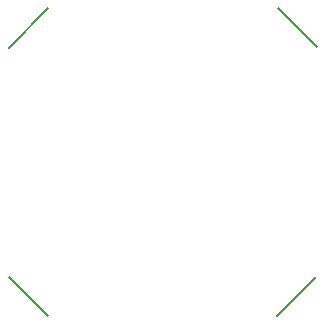
<source format=gbr>
%TF.GenerationSoftware,KiCad,Pcbnew,8.0.6*%
%TF.CreationDate,2024-10-25T13:16:03-07:00*%
%TF.ProjectId,Thermistor Ring,54686572-6d69-4737-946f-722052696e67,rev?*%
%TF.SameCoordinates,Original*%
%TF.FileFunction,Other,User*%
%FSLAX46Y46*%
G04 Gerber Fmt 4.6, Leading zero omitted, Abs format (unit mm)*
G04 Created by KiCad (PCBNEW 8.0.6) date 2024-10-25 13:16:03*
%MOMM*%
%LPD*%
G01*
G04 APERTURE LIST*
%ADD10C,0.150000*%
G04 APERTURE END LIST*
D10*
X86718462Y-66677663D02*
X83430416Y-69965702D01*
X83465760Y-43908830D02*
X86771485Y-47214555D01*
X64020324Y-43908832D02*
X60679242Y-47249911D01*
X60696911Y-66677677D02*
X64020330Y-70001074D01*
M02*

</source>
